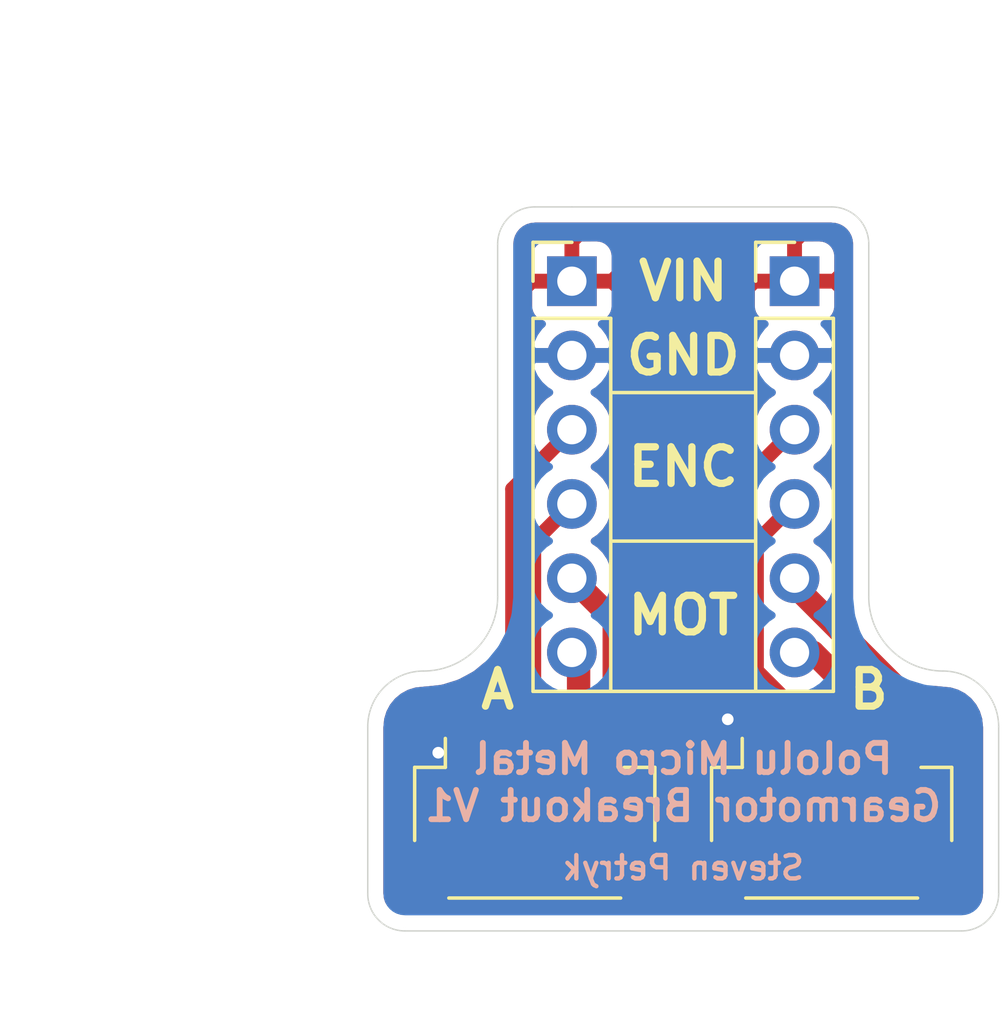
<source format=kicad_pcb>
(kicad_pcb (version 20171130) (host pcbnew "(5.1.6-0-10_14)")

  (general
    (thickness 1.6)
    (drawings 34)
    (tracks 34)
    (zones 0)
    (modules 4)
    (nets 11)
  )

  (page A4)
  (layers
    (0 F.Cu signal)
    (31 B.Cu signal)
    (32 B.Adhes user)
    (33 F.Adhes user)
    (34 B.Paste user)
    (35 F.Paste user)
    (36 B.SilkS user)
    (37 F.SilkS user)
    (38 B.Mask user)
    (39 F.Mask user)
    (40 Dwgs.User user)
    (41 Cmts.User user)
    (42 Eco1.User user)
    (43 Eco2.User user)
    (44 Edge.Cuts user)
    (45 Margin user)
    (46 B.CrtYd user)
    (47 F.CrtYd user)
    (48 B.Fab user)
    (49 F.Fab user hide)
  )

  (setup
    (last_trace_width 0.25)
    (user_trace_width 0.5)
    (user_trace_width 0.8)
    (user_trace_width 1)
    (trace_clearance 0.2)
    (zone_clearance 0.508)
    (zone_45_only no)
    (trace_min 0.2)
    (via_size 0.8)
    (via_drill 0.4)
    (via_min_size 0.4)
    (via_min_drill 0.3)
    (user_via 1.2 0.8)
    (uvia_size 0.3)
    (uvia_drill 0.1)
    (uvias_allowed no)
    (uvia_min_size 0.2)
    (uvia_min_drill 0.1)
    (edge_width 0.05)
    (segment_width 0.2)
    (pcb_text_width 0.3)
    (pcb_text_size 1.5 1.5)
    (mod_edge_width 0.12)
    (mod_text_size 1 1)
    (mod_text_width 0.15)
    (pad_size 0.9 1.7)
    (pad_drill 0)
    (pad_to_mask_clearance 0.05)
    (aux_axis_origin 0 0)
    (visible_elements FFFFFF7F)
    (pcbplotparams
      (layerselection 0x010fc_ffffffff)
      (usegerberextensions false)
      (usegerberattributes true)
      (usegerberadvancedattributes true)
      (creategerberjobfile true)
      (excludeedgelayer true)
      (linewidth 0.100000)
      (plotframeref false)
      (viasonmask false)
      (mode 1)
      (useauxorigin false)
      (hpglpennumber 1)
      (hpglpenspeed 20)
      (hpglpendiameter 15.000000)
      (psnegative false)
      (psa4output false)
      (plotreference true)
      (plotvalue true)
      (plotinvisibletext false)
      (padsonsilk false)
      (subtractmaskfromsilk false)
      (outputformat 1)
      (mirror false)
      (drillshape 0)
      (scaleselection 1)
      (outputdirectory "gerber/"))
  )

  (net 0 "")
  (net 1 /AENC2)
  (net 2 /AENC1)
  (net 3 /AIN2)
  (net 4 /AIN1)
  (net 5 GND)
  (net 6 VCC)
  (net 7 /BENC2)
  (net 8 /BENC1)
  (net 9 /BIN2)
  (net 10 /BIN1)

  (net_class Default "This is the default net class."
    (clearance 0.2)
    (trace_width 0.25)
    (via_dia 0.8)
    (via_drill 0.4)
    (uvia_dia 0.3)
    (uvia_drill 0.1)
    (add_net /AENC1)
    (add_net /AENC2)
    (add_net /AIN1)
    (add_net /AIN2)
    (add_net /BENC1)
    (add_net /BENC2)
    (add_net /BIN1)
    (add_net /BIN2)
    (add_net GND)
    (add_net VCC)
  )

  (module Connector_JST:JST_SH_SM06B-SRSS-TB_1x06-1MP_P1.00mm_Horizontal (layer F.Cu) (tedit 5B78AD87) (tstamp 5F08093B)
    (at 133.35 101.6)
    (descr "JST SH series connector, SM06B-SRSS-TB (http://www.jst-mfg.com/product/pdf/eng/eSH.pdf), generated with kicad-footprint-generator")
    (tags "connector JST SH top entry")
    (path /5F5CA5C3)
    (attr smd)
    (fp_text reference J4 (at 0 -3.98) (layer F.Fab)
      (effects (font (size 1 1) (thickness 0.15)))
    )
    (fp_text value Conn_01x06 (at 0 3.98) (layer F.Fab)
      (effects (font (size 1 1) (thickness 0.15)))
    )
    (fp_line (start -2.5 -0.967893) (end -2 -1.675) (layer F.Fab) (width 0.1))
    (fp_line (start -3 -1.675) (end -2.5 -0.967893) (layer F.Fab) (width 0.1))
    (fp_line (start 4.9 -3.28) (end -4.9 -3.28) (layer F.CrtYd) (width 0.05))
    (fp_line (start 4.9 3.28) (end 4.9 -3.28) (layer F.CrtYd) (width 0.05))
    (fp_line (start -4.9 3.28) (end 4.9 3.28) (layer F.CrtYd) (width 0.05))
    (fp_line (start -4.9 -3.28) (end -4.9 3.28) (layer F.CrtYd) (width 0.05))
    (fp_line (start 4 -1.675) (end 4 2.575) (layer F.Fab) (width 0.1))
    (fp_line (start -4 -1.675) (end -4 2.575) (layer F.Fab) (width 0.1))
    (fp_line (start -4 2.575) (end 4 2.575) (layer F.Fab) (width 0.1))
    (fp_line (start -2.94 2.685) (end 2.94 2.685) (layer F.SilkS) (width 0.12))
    (fp_line (start 4.11 -1.785) (end 3.06 -1.785) (layer F.SilkS) (width 0.12))
    (fp_line (start 4.11 0.715) (end 4.11 -1.785) (layer F.SilkS) (width 0.12))
    (fp_line (start -3.06 -1.785) (end -3.06 -2.775) (layer F.SilkS) (width 0.12))
    (fp_line (start -4.11 -1.785) (end -3.06 -1.785) (layer F.SilkS) (width 0.12))
    (fp_line (start -4.11 0.715) (end -4.11 -1.785) (layer F.SilkS) (width 0.12))
    (fp_line (start -4 -1.675) (end 4 -1.675) (layer F.Fab) (width 0.1))
    (fp_text user %R (at 0 0) (layer F.Fab)
      (effects (font (size 1 1) (thickness 0.15)))
    )
    (pad MP smd roundrect (at 3.8 1.875) (size 1.2 1.8) (layers F.Cu F.Paste F.Mask) (roundrect_rratio 0.208333))
    (pad MP smd roundrect (at -3.8 1.875) (size 1.2 1.8) (layers F.Cu F.Paste F.Mask) (roundrect_rratio 0.208333))
    (pad 6 smd roundrect (at 2.5 -2) (size 0.6 1.55) (layers F.Cu F.Paste F.Mask) (roundrect_rratio 0.25)
      (net 10 /BIN1))
    (pad 5 smd roundrect (at 1.5 -2) (size 0.6 1.55) (layers F.Cu F.Paste F.Mask) (roundrect_rratio 0.25)
      (net 9 /BIN2))
    (pad 4 smd roundrect (at 0.5 -2) (size 0.6 1.55) (layers F.Cu F.Paste F.Mask) (roundrect_rratio 0.25)
      (net 6 VCC))
    (pad 3 smd roundrect (at -0.5 -2) (size 0.6 1.55) (layers F.Cu F.Paste F.Mask) (roundrect_rratio 0.25)
      (net 7 /BENC2))
    (pad 2 smd roundrect (at -1.5 -2) (size 0.6 1.55) (layers F.Cu F.Paste F.Mask) (roundrect_rratio 0.25)
      (net 8 /BENC1))
    (pad 1 smd roundrect (at -2.5 -2) (size 0.6 1.55) (layers F.Cu F.Paste F.Mask) (roundrect_rratio 0.25)
      (net 5 GND))
    (model ${KISYS3DMOD}/Connector_JST.3dshapes/JST_SH_SM06B-SRSS-TB_1x06-1MP_P1.00mm_Horizontal.wrl
      (at (xyz 0 0 0))
      (scale (xyz 1 1 1))
      (rotate (xyz 0 0 0))
    )
    (model ${KIPRJMOD}/step/JST-SH_SMD_6.step
      (at (xyz 0 0 0))
      (scale (xyz 1 1 1))
      (rotate (xyz -90 0 0))
    )
  )

  (module Connector_JST:JST_SH_SM06B-SRSS-TB_1x06-1MP_P1.00mm_Horizontal (layer F.Cu) (tedit 5B78AD87) (tstamp 5F0806B5)
    (at 123.19 101.6)
    (descr "JST SH series connector, SM06B-SRSS-TB (http://www.jst-mfg.com/product/pdf/eng/eSH.pdf), generated with kicad-footprint-generator")
    (tags "connector JST SH top entry")
    (path /5F5CA650)
    (attr smd)
    (fp_text reference J3 (at 0 -3.98) (layer F.Fab)
      (effects (font (size 1 1) (thickness 0.15)))
    )
    (fp_text value Conn_01x06 (at 0 3.98) (layer F.Fab)
      (effects (font (size 1 1) (thickness 0.15)))
    )
    (fp_line (start -2.5 -0.967893) (end -2 -1.675) (layer F.Fab) (width 0.1))
    (fp_line (start -3 -1.675) (end -2.5 -0.967893) (layer F.Fab) (width 0.1))
    (fp_line (start 4.9 -3.28) (end -4.9 -3.28) (layer F.CrtYd) (width 0.05))
    (fp_line (start 4.9 3.28) (end 4.9 -3.28) (layer F.CrtYd) (width 0.05))
    (fp_line (start -4.9 3.28) (end 4.9 3.28) (layer F.CrtYd) (width 0.05))
    (fp_line (start -4.9 -3.28) (end -4.9 3.28) (layer F.CrtYd) (width 0.05))
    (fp_line (start 4 -1.675) (end 4 2.575) (layer F.Fab) (width 0.1))
    (fp_line (start -4 -1.675) (end -4 2.575) (layer F.Fab) (width 0.1))
    (fp_line (start -4 2.575) (end 4 2.575) (layer F.Fab) (width 0.1))
    (fp_line (start -2.94 2.685) (end 2.94 2.685) (layer F.SilkS) (width 0.12))
    (fp_line (start 4.11 -1.785) (end 3.06 -1.785) (layer F.SilkS) (width 0.12))
    (fp_line (start 4.11 0.715) (end 4.11 -1.785) (layer F.SilkS) (width 0.12))
    (fp_line (start -3.06 -1.785) (end -3.06 -2.775) (layer F.SilkS) (width 0.12))
    (fp_line (start -4.11 -1.785) (end -3.06 -1.785) (layer F.SilkS) (width 0.12))
    (fp_line (start -4.11 0.715) (end -4.11 -1.785) (layer F.SilkS) (width 0.12))
    (fp_line (start -4 -1.675) (end 4 -1.675) (layer F.Fab) (width 0.1))
    (fp_text user %R (at 0 0) (layer F.Fab)
      (effects (font (size 1 1) (thickness 0.15)))
    )
    (pad MP smd roundrect (at 3.8 1.875) (size 1.2 1.8) (layers F.Cu F.Paste F.Mask) (roundrect_rratio 0.208333))
    (pad MP smd roundrect (at -3.8 1.875) (size 1.2 1.8) (layers F.Cu F.Paste F.Mask) (roundrect_rratio 0.208333))
    (pad 6 smd roundrect (at 2.5 -2) (size 0.6 1.55) (layers F.Cu F.Paste F.Mask) (roundrect_rratio 0.25)
      (net 4 /AIN1))
    (pad 5 smd roundrect (at 1.5 -2) (size 0.6 1.55) (layers F.Cu F.Paste F.Mask) (roundrect_rratio 0.25)
      (net 3 /AIN2))
    (pad 4 smd roundrect (at 0.5 -2) (size 0.6 1.55) (layers F.Cu F.Paste F.Mask) (roundrect_rratio 0.25)
      (net 6 VCC))
    (pad 3 smd roundrect (at -0.5 -2) (size 0.6 1.55) (layers F.Cu F.Paste F.Mask) (roundrect_rratio 0.25)
      (net 1 /AENC2))
    (pad 2 smd roundrect (at -1.5 -2) (size 0.6 1.55) (layers F.Cu F.Paste F.Mask) (roundrect_rratio 0.25)
      (net 2 /AENC1))
    (pad 1 smd roundrect (at -2.5 -2) (size 0.6 1.55) (layers F.Cu F.Paste F.Mask) (roundrect_rratio 0.25)
      (net 5 GND))
    (model ${KISYS3DMOD}/Connector_JST.3dshapes/JST_SH_SM06B-SRSS-TB_1x06-1MP_P1.00mm_Horizontal.wrl
      (at (xyz 0 0 0))
      (scale (xyz 1 1 1))
      (rotate (xyz 0 0 0))
    )
    (model ${KIPRJMOD}/step/JST-SH_SMD_6.step
      (at (xyz 0 0 0))
      (scale (xyz 1 1 1))
      (rotate (xyz -90 0 0))
    )
  )

  (module Connector_PinHeader_2.54mm:PinHeader_1x06_P2.54mm_Vertical (layer F.Cu) (tedit 59FED5CC) (tstamp 5F0957D5)
    (at 132.08 83.185)
    (descr "Through hole straight pin header, 1x06, 2.54mm pitch, single row")
    (tags "Through hole pin header THT 1x06 2.54mm single row")
    (path /5F5F3468)
    (fp_text reference J2 (at 0 -2.33) (layer F.Fab)
      (effects (font (size 1 1) (thickness 0.15)))
    )
    (fp_text value Conn_01x06 (at 0 15.03) (layer F.Fab)
      (effects (font (size 1 1) (thickness 0.15)))
    )
    (fp_line (start -0.635 -1.27) (end 1.27 -1.27) (layer F.Fab) (width 0.1))
    (fp_line (start 1.27 -1.27) (end 1.27 13.97) (layer F.Fab) (width 0.1))
    (fp_line (start 1.27 13.97) (end -1.27 13.97) (layer F.Fab) (width 0.1))
    (fp_line (start -1.27 13.97) (end -1.27 -0.635) (layer F.Fab) (width 0.1))
    (fp_line (start -1.27 -0.635) (end -0.635 -1.27) (layer F.Fab) (width 0.1))
    (fp_line (start -1.33 14.03) (end 1.33 14.03) (layer F.SilkS) (width 0.12))
    (fp_line (start -1.33 1.27) (end -1.33 14.03) (layer F.SilkS) (width 0.12))
    (fp_line (start 1.33 1.27) (end 1.33 14.03) (layer F.SilkS) (width 0.12))
    (fp_line (start -1.33 1.27) (end 1.33 1.27) (layer F.SilkS) (width 0.12))
    (fp_line (start -1.33 0) (end -1.33 -1.33) (layer F.SilkS) (width 0.12))
    (fp_line (start -1.33 -1.33) (end 0 -1.33) (layer F.SilkS) (width 0.12))
    (fp_line (start -1.8 -1.8) (end -1.8 14.5) (layer F.CrtYd) (width 0.05))
    (fp_line (start -1.8 14.5) (end 1.8 14.5) (layer F.CrtYd) (width 0.05))
    (fp_line (start 1.8 14.5) (end 1.8 -1.8) (layer F.CrtYd) (width 0.05))
    (fp_line (start 1.8 -1.8) (end -1.8 -1.8) (layer F.CrtYd) (width 0.05))
    (fp_text user %R (at 0 6.35 90) (layer F.Fab)
      (effects (font (size 1 1) (thickness 0.15)))
    )
    (pad 6 thru_hole oval (at 0 12.7) (size 1.7 1.7) (drill 1) (layers *.Cu *.Mask)
      (net 9 /BIN2))
    (pad 5 thru_hole oval (at 0 10.16) (size 1.7 1.7) (drill 1) (layers *.Cu *.Mask)
      (net 10 /BIN1))
    (pad 4 thru_hole oval (at 0 7.62) (size 1.7 1.7) (drill 1) (layers *.Cu *.Mask)
      (net 7 /BENC2))
    (pad 3 thru_hole oval (at 0 5.08) (size 1.7 1.7) (drill 1) (layers *.Cu *.Mask)
      (net 8 /BENC1))
    (pad 2 thru_hole oval (at 0 2.54) (size 1.7 1.7) (drill 1) (layers *.Cu *.Mask)
      (net 5 GND))
    (pad 1 thru_hole rect (at 0 0) (size 1.7 1.7) (drill 1) (layers *.Cu *.Mask)
      (net 6 VCC))
    (model ${KISYS3DMOD}/Connector_PinHeader_2.54mm.3dshapes/PinHeader_1x06_P2.54mm_Vertical.wrl
      (offset (xyz 0 0 -1.5))
      (scale (xyz 1 1 1))
      (rotate (xyz 0 180 0))
    )
  )

  (module Connector_PinHeader_2.54mm:PinHeader_1x06_P2.54mm_Vertical (layer F.Cu) (tedit 59FED5CC) (tstamp 5F09310D)
    (at 124.46 83.185)
    (descr "Through hole straight pin header, 1x06, 2.54mm pitch, single row")
    (tags "Through hole pin header THT 1x06 2.54mm single row")
    (path /5F5CF02B)
    (fp_text reference J1 (at 0 -2.33) (layer F.Fab)
      (effects (font (size 1 1) (thickness 0.15)))
    )
    (fp_text value Conn_01x06 (at 0 15.03) (layer F.Fab)
      (effects (font (size 1 1) (thickness 0.15)))
    )
    (fp_line (start -0.635 -1.27) (end 1.27 -1.27) (layer F.Fab) (width 0.1))
    (fp_line (start 1.27 -1.27) (end 1.27 13.97) (layer F.Fab) (width 0.1))
    (fp_line (start 1.27 13.97) (end -1.27 13.97) (layer F.Fab) (width 0.1))
    (fp_line (start -1.27 13.97) (end -1.27 -0.635) (layer F.Fab) (width 0.1))
    (fp_line (start -1.27 -0.635) (end -0.635 -1.27) (layer F.Fab) (width 0.1))
    (fp_line (start -1.33 14.03) (end 1.33 14.03) (layer F.SilkS) (width 0.12))
    (fp_line (start -1.33 1.27) (end -1.33 14.03) (layer F.SilkS) (width 0.12))
    (fp_line (start 1.33 1.27) (end 1.33 14.03) (layer F.SilkS) (width 0.12))
    (fp_line (start -1.33 1.27) (end 1.33 1.27) (layer F.SilkS) (width 0.12))
    (fp_line (start -1.33 0) (end -1.33 -1.33) (layer F.SilkS) (width 0.12))
    (fp_line (start -1.33 -1.33) (end 0 -1.33) (layer F.SilkS) (width 0.12))
    (fp_line (start -1.8 -1.8) (end -1.8 14.5) (layer F.CrtYd) (width 0.05))
    (fp_line (start -1.8 14.5) (end 1.8 14.5) (layer F.CrtYd) (width 0.05))
    (fp_line (start 1.8 14.5) (end 1.8 -1.8) (layer F.CrtYd) (width 0.05))
    (fp_line (start 1.8 -1.8) (end -1.8 -1.8) (layer F.CrtYd) (width 0.05))
    (fp_text user %R (at 0 6.35 90) (layer F.Fab)
      (effects (font (size 1 1) (thickness 0.15)))
    )
    (pad 6 thru_hole oval (at 0 12.7) (size 1.7 1.7) (drill 1) (layers *.Cu *.Mask)
      (net 3 /AIN2))
    (pad 5 thru_hole oval (at 0 10.16) (size 1.7 1.7) (drill 1) (layers *.Cu *.Mask)
      (net 4 /AIN1))
    (pad 4 thru_hole oval (at 0 7.62) (size 1.7 1.7) (drill 1) (layers *.Cu *.Mask)
      (net 1 /AENC2))
    (pad 3 thru_hole oval (at 0 5.08) (size 1.7 1.7) (drill 1) (layers *.Cu *.Mask)
      (net 2 /AENC1))
    (pad 2 thru_hole oval (at 0 2.54) (size 1.7 1.7) (drill 1) (layers *.Cu *.Mask)
      (net 5 GND))
    (pad 1 thru_hole rect (at 0 0) (size 1.7 1.7) (drill 1) (layers *.Cu *.Mask)
      (net 6 VCC))
    (model ${KISYS3DMOD}/Connector_PinHeader_2.54mm.3dshapes/PinHeader_1x06_P2.54mm_Vertical.wrl
      (offset (xyz 0 0 -1.5))
      (scale (xyz 1 1 1))
      (rotate (xyz 0 180 0))
    )
  )

  (dimension 24.765 (width 0.12) (layer Dwgs.User)
    (gr_text "0.9750 in" (at 108.585 93.0275 270) (layer Dwgs.User)
      (effects (font (size 1 1) (thickness 0.15)))
    )
    (feature1 (pts (xy 121.92 105.41) (xy 109.268579 105.41)))
    (feature2 (pts (xy 121.92 80.645) (xy 109.268579 80.645)))
    (crossbar (pts (xy 109.855 80.645) (xy 109.855 105.41)))
    (arrow1a (pts (xy 109.855 105.41) (xy 109.268579 104.283496)))
    (arrow1b (pts (xy 109.855 105.41) (xy 110.441421 104.283496)))
    (arrow2a (pts (xy 109.855 80.645) (xy 109.268579 81.771504)))
    (arrow2b (pts (xy 109.855 80.645) (xy 110.441421 81.771504)))
  )
  (dimension 17.78 (width 0.12) (layer Dwgs.User)
    (gr_text "0.7000 in" (at 111.125 89.535 270) (layer Dwgs.User)
      (effects (font (size 1 1) (thickness 0.15)))
    )
    (feature1 (pts (xy 121.92 98.425) (xy 111.808579 98.425)))
    (feature2 (pts (xy 121.92 80.645) (xy 111.808579 80.645)))
    (crossbar (pts (xy 112.395 80.645) (xy 112.395 98.425)))
    (arrow1a (pts (xy 112.395 98.425) (xy 111.808579 97.298496)))
    (arrow1b (pts (xy 112.395 98.425) (xy 112.981421 97.298496)))
    (arrow2a (pts (xy 112.395 80.645) (xy 111.808579 81.771504)))
    (arrow2b (pts (xy 112.395 80.645) (xy 112.981421 81.771504)))
  )
  (dimension 13.335 (width 0.12) (layer Dwgs.User)
    (gr_text "0.5250 in" (at 113.665 87.3125 270) (layer Dwgs.User)
      (effects (font (size 1 1) (thickness 0.15)))
    )
    (feature1 (pts (xy 121.92 93.98) (xy 114.348579 93.98)))
    (feature2 (pts (xy 121.92 80.645) (xy 114.348579 80.645)))
    (crossbar (pts (xy 114.935 80.645) (xy 114.935 93.98)))
    (arrow1a (pts (xy 114.935 93.98) (xy 114.348579 92.853496)))
    (arrow1b (pts (xy 114.935 93.98) (xy 115.521421 92.853496)))
    (arrow2a (pts (xy 114.935 80.645) (xy 114.348579 81.771504)))
    (arrow2b (pts (xy 114.935 80.645) (xy 115.521421 81.771504)))
  )
  (dimension 12.7 (width 0.12) (layer Dwgs.User)
    (gr_text "0.5000 in" (at 128.27 74.295) (layer Dwgs.User)
      (effects (font (size 1 1) (thickness 0.15)))
    )
    (feature1 (pts (xy 134.62 80.645) (xy 134.62 74.978579)))
    (feature2 (pts (xy 121.92 80.645) (xy 121.92 74.978579)))
    (crossbar (pts (xy 121.92 75.565) (xy 134.62 75.565)))
    (arrow1a (pts (xy 134.62 75.565) (xy 133.493496 76.151421)))
    (arrow1b (pts (xy 134.62 75.565) (xy 133.493496 74.978579)))
    (arrow2a (pts (xy 121.92 75.565) (xy 123.046504 76.151421)))
    (arrow2b (pts (xy 121.92 75.565) (xy 123.046504 74.978579)))
  )
  (dimension 21.59 (width 0.12) (layer Dwgs.User)
    (gr_text "0.8500 in" (at 128.27 109.22) (layer Dwgs.User)
      (effects (font (size 1 1) (thickness 0.15)))
    )
    (feature1 (pts (xy 139.065 104.14) (xy 139.065 108.536421)))
    (feature2 (pts (xy 117.475 104.14) (xy 117.475 108.536421)))
    (crossbar (pts (xy 117.475 107.95) (xy 139.065 107.95)))
    (arrow1a (pts (xy 139.065 107.95) (xy 137.938496 108.536421)))
    (arrow1b (pts (xy 139.065 107.95) (xy 137.938496 107.363579)))
    (arrow2a (pts (xy 117.475 107.95) (xy 118.601504 108.536421)))
    (arrow2b (pts (xy 117.475 107.95) (xy 118.601504 107.363579)))
  )
  (dimension 2.54 (width 0.12) (layer Dwgs.User)
    (gr_text "0.1 in" (at 137.795 81.915 90) (layer Dwgs.User)
      (effects (font (size 1 1) (thickness 0.15)))
    )
    (feature1 (pts (xy 132.08 80.645) (xy 137.111421 80.645)))
    (feature2 (pts (xy 132.08 83.185) (xy 137.111421 83.185)))
    (crossbar (pts (xy 136.525 83.185) (xy 136.525 80.645)))
    (arrow1a (pts (xy 136.525 80.645) (xy 137.111421 81.771504)))
    (arrow1b (pts (xy 136.525 80.645) (xy 135.938579 81.771504)))
    (arrow2a (pts (xy 136.525 83.185) (xy 137.111421 82.058496)))
    (arrow2b (pts (xy 136.525 83.185) (xy 135.938579 82.058496)))
  )
  (gr_text "Pololu Micro Metal\nGearmotor Breakout V1" (at 128.27 100.33) (layer B.SilkS) (tstamp 5F08104F)
    (effects (font (size 1 1) (thickness 0.2)) (justify mirror))
  )
  (gr_text "Steven Petryk" (at 128.27 103.251) (layer B.SilkS) (tstamp 5F0A0E64)
    (effects (font (size 0.8 0.8) (thickness 0.15)) (justify mirror))
  )
  (gr_text B (at 134.62 97.155) (layer F.SilkS) (tstamp 5F095942)
    (effects (font (size 1.25 1.25) (thickness 0.25)))
  )
  (gr_text A (at 121.92 97.155) (layer F.SilkS) (tstamp 5F09593F)
    (effects (font (size 1.25 1.25) (thickness 0.25)))
  )
  (gr_arc (start 119.38 98.425) (end 119.38 96.52) (angle -90) (layer Edge.Cuts) (width 0.05))
  (gr_arc (start 119.38 93.98) (end 119.38 96.52) (angle -90) (layer Edge.Cuts) (width 0.05))
  (gr_text GND (at 128.27 85.725) (layer F.SilkS) (tstamp 5F093DFB)
    (effects (font (size 1.25 1.25) (thickness 0.25)))
  )
  (gr_text VIN (at 128.27 83.185) (layer F.SilkS) (tstamp 5F093DFB)
    (effects (font (size 1.25 1.25) (thickness 0.25)))
  )
  (gr_text MOT (at 128.27 94.615) (layer F.SilkS) (tstamp 5F093D54)
    (effects (font (size 1.25 1.25) (thickness 0.25)))
  )
  (gr_line (start 125.7935 86.995) (end 130.683 86.995) (layer F.SilkS) (width 0.12))
  (gr_line (start 125.79 97.215) (end 130.75 97.215) (layer F.SilkS) (width 0.12))
  (gr_line (start 125.7935 92.075) (end 130.7465 92.075) (layer F.SilkS) (width 0.12))
  (gr_text ENC (at 128.27 89.535) (layer F.SilkS)
    (effects (font (size 1.25 1.25) (thickness 0.25)))
  )
  (gr_arc (start 118.745 104.14) (end 117.475 104.14) (angle -90) (layer Edge.Cuts) (width 0.05))
  (gr_arc (start 137.795 104.14) (end 137.795 105.41) (angle -90) (layer Edge.Cuts) (width 0.05))
  (gr_arc (start 137.16 98.425) (end 139.065 98.425) (angle -90) (layer Edge.Cuts) (width 0.05))
  (gr_arc (start 137.16 93.98) (end 134.62 93.98) (angle -90) (layer Edge.Cuts) (width 0.05))
  (gr_arc (start 133.35 81.915) (end 134.62 81.915) (angle -90) (layer Edge.Cuts) (width 0.05))
  (gr_arc (start 123.19 81.915) (end 123.19 80.645) (angle -90) (layer Edge.Cuts) (width 0.05))
  (gr_line (start 133.35 80.645) (end 124.46 80.645) (layer Edge.Cuts) (width 0.05) (tstamp 5F0934D6))
  (gr_line (start 134.62 86.995) (end 134.62 81.915) (layer Edge.Cuts) (width 0.05))
  (gr_line (start 134.62 93.98) (end 134.62 86.995) (layer Edge.Cuts) (width 0.05))
  (gr_line (start 139.065 104.14) (end 139.065 98.425) (layer Edge.Cuts) (width 0.05))
  (gr_line (start 118.745 105.41) (end 137.795 105.41) (layer Edge.Cuts) (width 0.05))
  (gr_line (start 117.475 98.425) (end 117.475 104.14) (layer Edge.Cuts) (width 0.05))
  (gr_line (start 121.92 81.915) (end 121.92 93.98) (layer Edge.Cuts) (width 0.05))
  (gr_line (start 124.46 80.645) (end 123.19 80.645) (layer Edge.Cuts) (width 0.05))
  (dimension 7.62 (width 0.12) (layer Dwgs.User)
    (gr_text "0.3000 in" (at 128.27 78.105) (layer Dwgs.User)
      (effects (font (size 1 1) (thickness 0.15)))
    )
    (feature1 (pts (xy 132.08 83.185) (xy 132.08 78.788579)))
    (feature2 (pts (xy 124.46 83.185) (xy 124.46 78.788579)))
    (crossbar (pts (xy 124.46 79.375) (xy 132.08 79.375)))
    (arrow1a (pts (xy 132.08 79.375) (xy 130.953496 79.961421)))
    (arrow1b (pts (xy 132.08 79.375) (xy 130.953496 78.788579)))
    (arrow2a (pts (xy 124.46 79.375) (xy 125.586504 79.961421)))
    (arrow2b (pts (xy 124.46 79.375) (xy 125.586504 78.788579)))
  )

  (segment (start 122.69 98.163) (end 122.69 99.6) (width 0.5) (layer F.Cu) (net 1))
  (segment (start 123.159999 97.693001) (end 122.69 98.163) (width 0.5) (layer F.Cu) (net 1))
  (segment (start 123.159999 92.105001) (end 123.159999 97.693001) (width 0.5) (layer F.Cu) (net 1))
  (segment (start 124.46 90.805) (end 123.159999 92.105001) (width 0.5) (layer F.Cu) (net 1))
  (segment (start 122.428 97.409) (end 122.428 90.297) (width 0.5) (layer F.Cu) (net 2))
  (segment (start 122.428 90.297) (end 124.46 88.265) (width 0.5) (layer F.Cu) (net 2))
  (segment (start 121.69 98.147) (end 122.428 97.409) (width 0.5) (layer F.Cu) (net 2))
  (segment (start 121.69 99.6) (end 121.69 98.147) (width 0.5) (layer F.Cu) (net 2))
  (segment (start 124.69 96.115) (end 124.69 99.6) (width 0.8) (layer F.Cu) (net 3))
  (segment (start 124.46 95.885) (end 124.69 96.115) (width 0.8) (layer F.Cu) (net 3))
  (segment (start 125.910001 99.379999) (end 125.69 99.6) (width 0.8) (layer F.Cu) (net 4))
  (segment (start 125.910001 94.795001) (end 125.910001 99.379999) (width 0.8) (layer F.Cu) (net 4))
  (segment (start 124.46 93.345) (end 125.910001 94.795001) (width 0.8) (layer F.Cu) (net 4))
  (via (at 119.888 99.314) (size 0.8) (drill 0.4) (layers F.Cu B.Cu) (net 5))
  (segment (start 120.174 99.6) (end 120.69 99.6) (width 0.8) (layer F.Cu) (net 5))
  (segment (start 119.888 99.314) (end 120.174 99.6) (width 0.8) (layer F.Cu) (net 5))
  (via (at 129.794 98.171) (size 0.8) (drill 0.4) (layers F.Cu B.Cu) (net 5))
  (segment (start 130.85 99.227) (end 130.85 99.6) (width 0.8) (layer F.Cu) (net 5))
  (segment (start 129.794 98.171) (end 130.85 99.227) (width 0.8) (layer F.Cu) (net 5))
  (segment (start 132.85 98.579003) (end 132.85 99.6) (width 0.5) (layer F.Cu) (net 7))
  (segment (start 130.779999 96.509002) (end 132.85 98.579003) (width 0.5) (layer F.Cu) (net 7))
  (segment (start 130.779999 92.105001) (end 130.779999 96.509002) (width 0.5) (layer F.Cu) (net 7))
  (segment (start 132.08 90.805) (end 130.779999 92.105001) (width 0.5) (layer F.Cu) (net 7))
  (segment (start 130.048 90.297) (end 132.08 88.265) (width 0.5) (layer F.Cu) (net 8))
  (segment (start 131.85 98.568967) (end 130.048 96.766967) (width 0.5) (layer F.Cu) (net 8))
  (segment (start 130.048 96.766967) (end 130.048 90.297) (width 0.5) (layer F.Cu) (net 8))
  (segment (start 131.85 99.6) (end 131.85 98.568967) (width 0.5) (layer F.Cu) (net 8))
  (segment (start 134.85 98.02) (end 134.85 99.6) (width 0.8) (layer F.Cu) (net 9))
  (segment (start 132.715 95.885) (end 134.85 98.02) (width 0.8) (layer F.Cu) (net 9))
  (segment (start 132.08 95.885) (end 132.715 95.885) (width 0.8) (layer F.Cu) (net 9))
  (segment (start 135.85001 99.59999) (end 135.85 99.6) (width 0.8) (layer F.Cu) (net 10))
  (segment (start 135.85001 97.36901) (end 135.85001 99.59999) (width 0.8) (layer F.Cu) (net 10))
  (segment (start 132.08 93.599) (end 135.85001 97.36901) (width 0.8) (layer F.Cu) (net 10))
  (segment (start 132.08 93.345) (end 132.08 93.599) (width 0.8) (layer F.Cu) (net 10))

  (zone (net 5) (net_name GND) (layer B.Cu) (tstamp 5F0A0C94) (hatch edge 0.508)
    (connect_pads (clearance 0.508))
    (min_thickness 0.254)
    (fill yes (arc_segments 32) (thermal_gap 0.508) (thermal_bridge_width 0.508))
    (polygon
      (pts
        (xy 139.065 105.41) (xy 117.475 105.41) (xy 117.475 80.645) (xy 139.065 80.645)
      )
    )
    (filled_polygon
      (pts
        (xy 133.467869 81.319722) (xy 133.581246 81.353953) (xy 133.685819 81.409555) (xy 133.777596 81.484407) (xy 133.853091 81.575664)
        (xy 133.909419 81.679844) (xy 133.94444 81.792976) (xy 133.960001 81.941031) (xy 133.96 87.027418) (xy 133.960001 87.027428)
        (xy 133.96 94.012418) (xy 133.962888 94.041745) (xy 133.962778 94.05755) (xy 133.963678 94.066721) (xy 134.015495 94.559727)
        (xy 134.027522 94.61832) (xy 134.038732 94.677084) (xy 134.041395 94.685906) (xy 134.187984 95.159458) (xy 134.211158 95.214584)
        (xy 134.233573 95.270066) (xy 134.2379 95.278202) (xy 134.473677 95.714262) (xy 134.50711 95.763829) (xy 134.539881 95.813908)
        (xy 134.545706 95.821049) (xy 134.86169 96.203009) (xy 134.904107 96.245131) (xy 134.945989 96.2879) (xy 134.95309 96.293773)
        (xy 135.337246 96.607084) (xy 135.387073 96.640188) (xy 135.436428 96.673983) (xy 135.444531 96.678364) (xy 135.444539 96.678368)
        (xy 135.88223 96.911092) (xy 135.937536 96.933888) (xy 135.992517 96.957453) (xy 136.00132 96.960178) (xy 136.475885 97.103457)
        (xy 136.534558 97.115074) (xy 136.593075 97.127513) (xy 136.60224 97.128476) (xy 137.095595 97.17685) (xy 137.095596 97.17685)
        (xy 137.401204 97.206815) (xy 137.633226 97.276867) (xy 137.847222 97.39065) (xy 138.035041 97.543832) (xy 138.18953 97.730577)
        (xy 138.304801 97.943769) (xy 138.376472 98.1753) (xy 138.405001 98.446734) (xy 138.405 104.107721) (xy 138.390278 104.257869)
        (xy 138.356047 104.371246) (xy 138.300446 104.475817) (xy 138.225594 104.567595) (xy 138.134335 104.643091) (xy 138.03016 104.699419)
        (xy 137.917024 104.73444) (xy 137.768979 104.75) (xy 118.777279 104.75) (xy 118.627131 104.735278) (xy 118.513754 104.701047)
        (xy 118.409183 104.645446) (xy 118.317405 104.570594) (xy 118.241909 104.479335) (xy 118.185581 104.37516) (xy 118.15056 104.262024)
        (xy 118.135 104.113979) (xy 118.135 98.457277) (xy 118.161815 98.183796) (xy 118.231867 97.951774) (xy 118.34565 97.737778)
        (xy 118.498832 97.549959) (xy 118.685577 97.39547) (xy 118.898769 97.280199) (xy 119.1303 97.208528) (xy 119.429988 97.177029)
        (xy 119.45755 97.177222) (xy 119.466721 97.176322) (xy 119.959727 97.124505) (xy 120.01832 97.112478) (xy 120.077084 97.101268)
        (xy 120.085906 97.098605) (xy 120.559458 96.952016) (xy 120.614584 96.928842) (xy 120.670066 96.906427) (xy 120.678202 96.9021)
        (xy 121.114262 96.666323) (xy 121.163829 96.63289) (xy 121.213908 96.600119) (xy 121.221049 96.594294) (xy 121.603009 96.27831)
        (xy 121.645131 96.235893) (xy 121.6879 96.194011) (xy 121.693773 96.18691) (xy 122.007084 95.802754) (xy 122.040188 95.752927)
        (xy 122.073983 95.703572) (xy 122.078364 95.695469) (xy 122.078368 95.695461) (xy 122.311092 95.25777) (xy 122.333888 95.202464)
        (xy 122.357453 95.147483) (xy 122.360178 95.13868) (xy 122.503457 94.664115) (xy 122.515074 94.605442) (xy 122.527513 94.546925)
        (xy 122.528476 94.53776) (xy 122.57685 94.044405) (xy 122.57685 94.044402) (xy 122.58 94.012419) (xy 122.58 88.11874)
        (xy 122.975 88.11874) (xy 122.975 88.41126) (xy 123.032068 88.698158) (xy 123.14401 88.968411) (xy 123.306525 89.211632)
        (xy 123.513368 89.418475) (xy 123.68776 89.535) (xy 123.513368 89.651525) (xy 123.306525 89.858368) (xy 123.14401 90.101589)
        (xy 123.032068 90.371842) (xy 122.975 90.65874) (xy 122.975 90.95126) (xy 123.032068 91.238158) (xy 123.14401 91.508411)
        (xy 123.306525 91.751632) (xy 123.513368 91.958475) (xy 123.68776 92.075) (xy 123.513368 92.191525) (xy 123.306525 92.398368)
        (xy 123.14401 92.641589) (xy 123.032068 92.911842) (xy 122.975 93.19874) (xy 122.975 93.49126) (xy 123.032068 93.778158)
        (xy 123.14401 94.048411) (xy 123.306525 94.291632) (xy 123.513368 94.498475) (xy 123.68776 94.615) (xy 123.513368 94.731525)
        (xy 123.306525 94.938368) (xy 123.14401 95.181589) (xy 123.032068 95.451842) (xy 122.975 95.73874) (xy 122.975 96.03126)
        (xy 123.032068 96.318158) (xy 123.14401 96.588411) (xy 123.306525 96.831632) (xy 123.513368 97.038475) (xy 123.756589 97.20099)
        (xy 124.026842 97.312932) (xy 124.31374 97.37) (xy 124.60626 97.37) (xy 124.893158 97.312932) (xy 125.163411 97.20099)
        (xy 125.406632 97.038475) (xy 125.613475 96.831632) (xy 125.77599 96.588411) (xy 125.887932 96.318158) (xy 125.945 96.03126)
        (xy 125.945 95.73874) (xy 125.887932 95.451842) (xy 125.77599 95.181589) (xy 125.613475 94.938368) (xy 125.406632 94.731525)
        (xy 125.23224 94.615) (xy 125.406632 94.498475) (xy 125.613475 94.291632) (xy 125.77599 94.048411) (xy 125.887932 93.778158)
        (xy 125.945 93.49126) (xy 125.945 93.19874) (xy 125.887932 92.911842) (xy 125.77599 92.641589) (xy 125.613475 92.398368)
        (xy 125.406632 92.191525) (xy 125.23224 92.075) (xy 125.406632 91.958475) (xy 125.613475 91.751632) (xy 125.77599 91.508411)
        (xy 125.887932 91.238158) (xy 125.945 90.95126) (xy 125.945 90.65874) (xy 125.887932 90.371842) (xy 125.77599 90.101589)
        (xy 125.613475 89.858368) (xy 125.406632 89.651525) (xy 125.23224 89.535) (xy 125.406632 89.418475) (xy 125.613475 89.211632)
        (xy 125.77599 88.968411) (xy 125.887932 88.698158) (xy 125.945 88.41126) (xy 125.945 88.11874) (xy 130.595 88.11874)
        (xy 130.595 88.41126) (xy 130.652068 88.698158) (xy 130.76401 88.968411) (xy 130.926525 89.211632) (xy 131.133368 89.418475)
        (xy 131.30776 89.535) (xy 131.133368 89.651525) (xy 130.926525 89.858368) (xy 130.76401 90.101589) (xy 130.652068 90.371842)
        (xy 130.595 90.65874) (xy 130.595 90.95126) (xy 130.652068 91.238158) (xy 130.76401 91.508411) (xy 130.926525 91.751632)
        (xy 131.133368 91.958475) (xy 131.30776 92.075) (xy 131.133368 92.191525) (xy 130.926525 92.398368) (xy 130.76401 92.641589)
        (xy 130.652068 92.911842) (xy 130.595 93.19874) (xy 130.595 93.49126) (xy 130.652068 93.778158) (xy 130.76401 94.048411)
        (xy 130.926525 94.291632) (xy 131.133368 94.498475) (xy 131.30776 94.615) (xy 131.133368 94.731525) (xy 130.926525 94.938368)
        (xy 130.76401 95.181589) (xy 130.652068 95.451842) (xy 130.595 95.73874) (xy 130.595 96.03126) (xy 130.652068 96.318158)
        (xy 130.76401 96.588411) (xy 130.926525 96.831632) (xy 131.133368 97.038475) (xy 131.376589 97.20099) (xy 131.646842 97.312932)
        (xy 131.93374 97.37) (xy 132.22626 97.37) (xy 132.513158 97.312932) (xy 132.783411 97.20099) (xy 133.026632 97.038475)
        (xy 133.233475 96.831632) (xy 133.39599 96.588411) (xy 133.507932 96.318158) (xy 133.565 96.03126) (xy 133.565 95.73874)
        (xy 133.507932 95.451842) (xy 133.39599 95.181589) (xy 133.233475 94.938368) (xy 133.026632 94.731525) (xy 132.85224 94.615)
        (xy 133.026632 94.498475) (xy 133.233475 94.291632) (xy 133.39599 94.048411) (xy 133.507932 93.778158) (xy 133.565 93.49126)
        (xy 133.565 93.19874) (xy 133.507932 92.911842) (xy 133.39599 92.641589) (xy 133.233475 92.398368) (xy 133.026632 92.191525)
        (xy 132.85224 92.075) (xy 133.026632 91.958475) (xy 133.233475 91.751632) (xy 133.39599 91.508411) (xy 133.507932 91.238158)
        (xy 133.565 90.95126) (xy 133.565 90.65874) (xy 133.507932 90.371842) (xy 133.39599 90.101589) (xy 133.233475 89.858368)
        (xy 133.026632 89.651525) (xy 132.85224 89.535) (xy 133.026632 89.418475) (xy 133.233475 89.211632) (xy 133.39599 88.968411)
        (xy 133.507932 88.698158) (xy 133.565 88.41126) (xy 133.565 88.11874) (xy 133.507932 87.831842) (xy 133.39599 87.561589)
        (xy 133.233475 87.318368) (xy 133.026632 87.111525) (xy 132.844466 86.989805) (xy 132.961355 86.920178) (xy 133.177588 86.725269)
        (xy 133.351641 86.49192) (xy 133.476825 86.229099) (xy 133.521476 86.08189) (xy 133.400155 85.852) (xy 132.207 85.852)
        (xy 132.207 85.872) (xy 131.953 85.872) (xy 131.953 85.852) (xy 130.759845 85.852) (xy 130.638524 86.08189)
        (xy 130.683175 86.229099) (xy 130.808359 86.49192) (xy 130.982412 86.725269) (xy 131.198645 86.920178) (xy 131.315534 86.989805)
        (xy 131.133368 87.111525) (xy 130.926525 87.318368) (xy 130.76401 87.561589) (xy 130.652068 87.831842) (xy 130.595 88.11874)
        (xy 125.945 88.11874) (xy 125.887932 87.831842) (xy 125.77599 87.561589) (xy 125.613475 87.318368) (xy 125.406632 87.111525)
        (xy 125.224466 86.989805) (xy 125.341355 86.920178) (xy 125.557588 86.725269) (xy 125.731641 86.49192) (xy 125.856825 86.229099)
        (xy 125.901476 86.08189) (xy 125.780155 85.852) (xy 124.587 85.852) (xy 124.587 85.872) (xy 124.333 85.872)
        (xy 124.333 85.852) (xy 123.139845 85.852) (xy 123.018524 86.08189) (xy 123.063175 86.229099) (xy 123.188359 86.49192)
        (xy 123.362412 86.725269) (xy 123.578645 86.920178) (xy 123.695534 86.989805) (xy 123.513368 87.111525) (xy 123.306525 87.318368)
        (xy 123.14401 87.561589) (xy 123.032068 87.831842) (xy 122.975 88.11874) (xy 122.58 88.11874) (xy 122.58 82.335)
        (xy 122.971928 82.335) (xy 122.971928 84.035) (xy 122.984188 84.159482) (xy 123.020498 84.27918) (xy 123.079463 84.389494)
        (xy 123.158815 84.486185) (xy 123.255506 84.565537) (xy 123.36582 84.624502) (xy 123.446466 84.648966) (xy 123.362412 84.724731)
        (xy 123.188359 84.95808) (xy 123.063175 85.220901) (xy 123.018524 85.36811) (xy 123.139845 85.598) (xy 124.333 85.598)
        (xy 124.333 85.578) (xy 124.587 85.578) (xy 124.587 85.598) (xy 125.780155 85.598) (xy 125.901476 85.36811)
        (xy 125.856825 85.220901) (xy 125.731641 84.95808) (xy 125.557588 84.724731) (xy 125.473534 84.648966) (xy 125.55418 84.624502)
        (xy 125.664494 84.565537) (xy 125.761185 84.486185) (xy 125.840537 84.389494) (xy 125.899502 84.27918) (xy 125.935812 84.159482)
        (xy 125.948072 84.035) (xy 125.948072 82.335) (xy 130.591928 82.335) (xy 130.591928 84.035) (xy 130.604188 84.159482)
        (xy 130.640498 84.27918) (xy 130.699463 84.389494) (xy 130.778815 84.486185) (xy 130.875506 84.565537) (xy 130.98582 84.624502)
        (xy 131.066466 84.648966) (xy 130.982412 84.724731) (xy 130.808359 84.95808) (xy 130.683175 85.220901) (xy 130.638524 85.36811)
        (xy 130.759845 85.598) (xy 131.953 85.598) (xy 131.953 85.578) (xy 132.207 85.578) (xy 132.207 85.598)
        (xy 133.400155 85.598) (xy 133.521476 85.36811) (xy 133.476825 85.220901) (xy 133.351641 84.95808) (xy 133.177588 84.724731)
        (xy 133.093534 84.648966) (xy 133.17418 84.624502) (xy 133.284494 84.565537) (xy 133.381185 84.486185) (xy 133.460537 84.389494)
        (xy 133.519502 84.27918) (xy 133.555812 84.159482) (xy 133.568072 84.035) (xy 133.568072 82.335) (xy 133.555812 82.210518)
        (xy 133.519502 82.09082) (xy 133.460537 81.980506) (xy 133.381185 81.883815) (xy 133.284494 81.804463) (xy 133.17418 81.745498)
        (xy 133.054482 81.709188) (xy 132.93 81.696928) (xy 131.23 81.696928) (xy 131.105518 81.709188) (xy 130.98582 81.745498)
        (xy 130.875506 81.804463) (xy 130.778815 81.883815) (xy 130.699463 81.980506) (xy 130.640498 82.09082) (xy 130.604188 82.210518)
        (xy 130.591928 82.335) (xy 125.948072 82.335) (xy 125.935812 82.210518) (xy 125.899502 82.09082) (xy 125.840537 81.980506)
        (xy 125.761185 81.883815) (xy 125.664494 81.804463) (xy 125.55418 81.745498) (xy 125.434482 81.709188) (xy 125.31 81.696928)
        (xy 123.61 81.696928) (xy 123.485518 81.709188) (xy 123.36582 81.745498) (xy 123.255506 81.804463) (xy 123.158815 81.883815)
        (xy 123.079463 81.980506) (xy 123.020498 82.09082) (xy 122.984188 82.210518) (xy 122.971928 82.335) (xy 122.58 82.335)
        (xy 122.58 81.947279) (xy 122.594722 81.797131) (xy 122.628953 81.683754) (xy 122.684555 81.579181) (xy 122.759407 81.487404)
        (xy 122.850664 81.411909) (xy 122.954844 81.355581) (xy 123.067976 81.32056) (xy 123.216022 81.305) (xy 133.317721 81.305)
      )
    )
  )
  (zone (net 6) (net_name VCC) (layer F.Cu) (tstamp 5F0A0C91) (hatch edge 0.508)
    (connect_pads (clearance 0.508))
    (min_thickness 0.254)
    (fill yes (arc_segments 32) (thermal_gap 0.508) (thermal_bridge_width 0.508))
    (polygon
      (pts
        (xy 139.065 105.41) (xy 117.475 105.41) (xy 117.475 80.645) (xy 139.065 80.645)
      )
    )
    (filled_polygon
      (pts
        (xy 133.467869 81.319722) (xy 133.581246 81.353953) (xy 133.685819 81.409555) (xy 133.777596 81.484407) (xy 133.853091 81.575664)
        (xy 133.909419 81.679844) (xy 133.94444 81.792976) (xy 133.960001 81.941031) (xy 133.96 87.027418) (xy 133.960001 87.027428)
        (xy 133.96 94.012418) (xy 133.960314 94.015603) (xy 133.543592 93.598882) (xy 133.565 93.49126) (xy 133.565 93.19874)
        (xy 133.507932 92.911842) (xy 133.39599 92.641589) (xy 133.233475 92.398368) (xy 133.026632 92.191525) (xy 132.85224 92.075)
        (xy 133.026632 91.958475) (xy 133.233475 91.751632) (xy 133.39599 91.508411) (xy 133.507932 91.238158) (xy 133.565 90.95126)
        (xy 133.565 90.65874) (xy 133.507932 90.371842) (xy 133.39599 90.101589) (xy 133.233475 89.858368) (xy 133.026632 89.651525)
        (xy 132.85224 89.535) (xy 133.026632 89.418475) (xy 133.233475 89.211632) (xy 133.39599 88.968411) (xy 133.507932 88.698158)
        (xy 133.565 88.41126) (xy 133.565 88.11874) (xy 133.507932 87.831842) (xy 133.39599 87.561589) (xy 133.233475 87.318368)
        (xy 133.026632 87.111525) (xy 132.85224 86.995) (xy 133.026632 86.878475) (xy 133.233475 86.671632) (xy 133.39599 86.428411)
        (xy 133.507932 86.158158) (xy 133.565 85.87126) (xy 133.565 85.57874) (xy 133.507932 85.291842) (xy 133.39599 85.021589)
        (xy 133.233475 84.778368) (xy 133.10162 84.646513) (xy 133.17418 84.624502) (xy 133.284494 84.565537) (xy 133.381185 84.486185)
        (xy 133.460537 84.389494) (xy 133.519502 84.27918) (xy 133.555812 84.159482) (xy 133.568072 84.035) (xy 133.565 83.47075)
        (xy 133.40625 83.312) (xy 132.207 83.312) (xy 132.207 83.332) (xy 131.953 83.332) (xy 131.953 83.312)
        (xy 130.75375 83.312) (xy 130.595 83.47075) (xy 130.591928 84.035) (xy 130.604188 84.159482) (xy 130.640498 84.27918)
        (xy 130.699463 84.389494) (xy 130.778815 84.486185) (xy 130.875506 84.565537) (xy 130.98582 84.624502) (xy 131.05838 84.646513)
        (xy 130.926525 84.778368) (xy 130.76401 85.021589) (xy 130.652068 85.291842) (xy 130.595 85.57874) (xy 130.595 85.87126)
        (xy 130.652068 86.158158) (xy 130.76401 86.428411) (xy 130.926525 86.671632) (xy 131.133368 86.878475) (xy 131.30776 86.995)
        (xy 131.133368 87.111525) (xy 130.926525 87.318368) (xy 130.76401 87.561589) (xy 130.652068 87.831842) (xy 130.595 88.11874)
        (xy 130.595 88.41126) (xy 130.609461 88.48396) (xy 129.452951 89.640471) (xy 129.419184 89.668183) (xy 129.391471 89.701951)
        (xy 129.391468 89.701954) (xy 129.30859 89.802941) (xy 129.226412 89.956687) (xy 129.175805 90.12351) (xy 129.158719 90.297)
        (xy 129.163001 90.340479) (xy 129.163 96.723498) (xy 129.158719 96.766967) (xy 129.163 96.810436) (xy 129.163 96.810443)
        (xy 129.172481 96.906709) (xy 129.175805 96.940457) (xy 129.18772 96.979734) (xy 129.226411 97.107279) (xy 129.304547 97.253462)
        (xy 129.303744 97.253795) (xy 129.261252 97.282187) (xy 129.216203 97.306266) (xy 129.176716 97.338672) (xy 129.134226 97.367063)
        (xy 129.098092 97.403197) (xy 129.058604 97.435604) (xy 129.026197 97.475092) (xy 128.990063 97.511226) (xy 128.961672 97.553716)
        (xy 128.929266 97.593203) (xy 128.905187 97.638252) (xy 128.876795 97.680744) (xy 128.857236 97.727964) (xy 128.83316 97.773007)
        (xy 128.818335 97.821878) (xy 128.798774 97.869102) (xy 128.788803 97.919232) (xy 128.773977 97.968105) (xy 128.768971 98.018933)
        (xy 128.759 98.069061) (xy 128.759 98.120172) (xy 128.753994 98.171) (xy 128.759 98.221828) (xy 128.759 98.272939)
        (xy 128.768971 98.323067) (xy 128.773977 98.373895) (xy 128.788803 98.422768) (xy 128.798774 98.472898) (xy 128.818335 98.520122)
        (xy 128.83316 98.568993) (xy 128.857236 98.614036) (xy 128.876795 98.661256) (xy 128.905187 98.703748) (xy 128.929266 98.748797)
        (xy 128.961671 98.788283) (xy 128.990063 98.830774) (xy 129.134226 98.974937) (xy 129.134229 98.974939) (xy 129.815532 99.656243)
        (xy 129.829976 99.802895) (xy 129.889159 99.997993) (xy 129.911928 100.04059) (xy 129.911928 100.225) (xy 129.927071 100.378745)
        (xy 129.971916 100.526582) (xy 130.044742 100.662829) (xy 130.142749 100.782251) (xy 130.262171 100.880258) (xy 130.398418 100.953084)
        (xy 130.546255 100.997929) (xy 130.7 101.013072) (xy 131 101.013072) (xy 131.153745 100.997929) (xy 131.301582 100.953084)
        (xy 131.35 100.927204) (xy 131.398418 100.953084) (xy 131.546255 100.997929) (xy 131.7 101.013072) (xy 132 101.013072)
        (xy 132.153745 100.997929) (xy 132.301582 100.953084) (xy 132.35 100.927204) (xy 132.398418 100.953084) (xy 132.546255 100.997929)
        (xy 132.7 101.013072) (xy 133 101.013072) (xy 133.153745 100.997929) (xy 133.290658 100.956398) (xy 133.30582 100.964502)
        (xy 133.425518 101.000812) (xy 133.55 101.013072) (xy 133.56425 101.01) (xy 133.723 100.85125) (xy 133.723 100.536093)
        (xy 133.728084 100.526582) (xy 133.772929 100.378745) (xy 133.788072 100.225) (xy 133.788072 99.453) (xy 133.815001 99.453)
        (xy 133.815001 99.650838) (xy 133.829977 99.802895) (xy 133.88916 99.997993) (xy 133.911928 100.040589) (xy 133.911928 100.225)
        (xy 133.927071 100.378745) (xy 133.971916 100.526582) (xy 133.977 100.536093) (xy 133.977 100.85125) (xy 134.13575 101.01)
        (xy 134.15 101.013072) (xy 134.274482 101.000812) (xy 134.39418 100.964502) (xy 134.409342 100.956398) (xy 134.546255 100.997929)
        (xy 134.7 101.013072) (xy 135 101.013072) (xy 135.153745 100.997929) (xy 135.301582 100.953084) (xy 135.35 100.927204)
        (xy 135.398418 100.953084) (xy 135.546255 100.997929) (xy 135.7 101.013072) (xy 136 101.013072) (xy 136.153745 100.997929)
        (xy 136.301582 100.953084) (xy 136.437829 100.880258) (xy 136.557251 100.782251) (xy 136.655258 100.662829) (xy 136.728084 100.526582)
        (xy 136.772929 100.378745) (xy 136.788072 100.225) (xy 136.788072 100.0406) (xy 136.810851 99.997983) (xy 136.870034 99.802885)
        (xy 136.88501 99.650828) (xy 136.88501 99.650819) (xy 136.890016 99.599991) (xy 136.88501 99.549163) (xy 136.88501 97.419837)
        (xy 136.890016 97.369009) (xy 136.88501 97.318181) (xy 136.88501 97.318172) (xy 136.870034 97.166115) (xy 136.866476 97.154385)
        (xy 137.095595 97.17685) (xy 137.095596 97.17685) (xy 137.401204 97.206815) (xy 137.633226 97.276867) (xy 137.847222 97.39065)
        (xy 138.035041 97.543832) (xy 138.18953 97.730577) (xy 138.304801 97.943769) (xy 138.376472 98.1753) (xy 138.405001 98.446734)
        (xy 138.405 104.107721) (xy 138.390278 104.257869) (xy 138.356047 104.371246) (xy 138.339329 104.402689) (xy 138.371008 104.298255)
        (xy 138.388072 104.125001) (xy 138.388072 102.824999) (xy 138.371008 102.651745) (xy 138.320472 102.485149) (xy 138.238405 102.331613)
        (xy 138.127962 102.197038) (xy 137.993387 102.086595) (xy 137.839851 102.004528) (xy 137.673255 101.953992) (xy 137.500001 101.936928)
        (xy 136.799999 101.936928) (xy 136.626745 101.953992) (xy 136.460149 102.004528) (xy 136.306613 102.086595) (xy 136.172038 102.197038)
        (xy 136.061595 102.331613) (xy 135.979528 102.485149) (xy 135.928992 102.651745) (xy 135.911928 102.824999) (xy 135.911928 104.125001)
        (xy 135.928992 104.298255) (xy 135.979528 104.464851) (xy 136.061595 104.618387) (xy 136.169607 104.75) (xy 130.530393 104.75)
        (xy 130.638405 104.618387) (xy 130.720472 104.464851) (xy 130.771008 104.298255) (xy 130.788072 104.125001) (xy 130.788072 102.824999)
        (xy 130.771008 102.651745) (xy 130.720472 102.485149) (xy 130.638405 102.331613) (xy 130.527962 102.197038) (xy 130.393387 102.086595)
        (xy 130.239851 102.004528) (xy 130.073255 101.953992) (xy 129.900001 101.936928) (xy 129.199999 101.936928) (xy 129.026745 101.953992)
        (xy 128.860149 102.004528) (xy 128.706613 102.086595) (xy 128.572038 102.197038) (xy 128.461595 102.331613) (xy 128.379528 102.485149)
        (xy 128.328992 102.651745) (xy 128.311928 102.824999) (xy 128.311928 104.125001) (xy 128.328992 104.298255) (xy 128.379528 104.464851)
        (xy 128.461595 104.618387) (xy 128.569607 104.75) (xy 127.970393 104.75) (xy 128.078405 104.618387) (xy 128.160472 104.464851)
        (xy 128.211008 104.298255) (xy 128.228072 104.125001) (xy 128.228072 102.824999) (xy 128.211008 102.651745) (xy 128.160472 102.485149)
        (xy 128.078405 102.331613) (xy 127.967962 102.197038) (xy 127.833387 102.086595) (xy 127.679851 102.004528) (xy 127.513255 101.953992)
        (xy 127.340001 101.936928) (xy 126.639999 101.936928) (xy 126.466745 101.953992) (xy 126.300149 102.004528) (xy 126.146613 102.086595)
        (xy 126.012038 102.197038) (xy 125.901595 102.331613) (xy 125.819528 102.485149) (xy 125.768992 102.651745) (xy 125.751928 102.824999)
        (xy 125.751928 104.125001) (xy 125.768992 104.298255) (xy 125.819528 104.464851) (xy 125.901595 104.618387) (xy 126.009607 104.75)
        (xy 120.370393 104.75) (xy 120.478405 104.618387) (xy 120.560472 104.464851) (xy 120.611008 104.298255) (xy 120.628072 104.125001)
        (xy 120.628072 102.824999) (xy 120.611008 102.651745) (xy 120.560472 102.485149) (xy 120.478405 102.331613) (xy 120.367962 102.197038)
        (xy 120.233387 102.086595) (xy 120.079851 102.004528) (xy 119.913255 101.953992) (xy 119.740001 101.936928) (xy 119.039999 101.936928)
        (xy 118.866745 101.953992) (xy 118.700149 102.004528) (xy 118.546613 102.086595) (xy 118.412038 102.197038) (xy 118.301595 102.331613)
        (xy 118.219528 102.485149) (xy 118.168992 102.651745) (xy 118.151928 102.824999) (xy 118.151928 104.125001) (xy 118.168992 104.298255)
        (xy 118.200933 104.403553) (xy 118.185581 104.37516) (xy 118.15056 104.262024) (xy 118.135 104.113979) (xy 118.135 98.457277)
        (xy 118.161815 98.183796) (xy 118.231867 97.951774) (xy 118.34565 97.737778) (xy 118.498832 97.549959) (xy 118.685577 97.39547)
        (xy 118.898769 97.280199) (xy 119.1303 97.208528) (xy 119.429988 97.177029) (xy 119.45755 97.177222) (xy 119.466721 97.176322)
        (xy 119.959727 97.124505) (xy 120.01832 97.112478) (xy 120.077084 97.101268) (xy 120.085906 97.098605) (xy 120.559458 96.952016)
        (xy 120.614584 96.928842) (xy 120.670066 96.906427) (xy 120.678202 96.9021) (xy 121.114262 96.666323) (xy 121.163829 96.63289)
        (xy 121.213908 96.600119) (xy 121.221049 96.594294) (xy 121.543 96.327954) (xy 121.543 97.042421) (xy 121.094951 97.490471)
        (xy 121.061184 97.518183) (xy 121.033471 97.551951) (xy 121.033468 97.551954) (xy 120.95059 97.652941) (xy 120.868412 97.806687)
        (xy 120.817805 97.97351) (xy 120.800719 98.147) (xy 120.804651 98.186928) (xy 120.54 98.186928) (xy 120.386255 98.202071)
        (xy 120.238418 98.246916) (xy 120.128839 98.305487) (xy 120.090895 98.293977) (xy 120.040067 98.288971) (xy 119.989939 98.279)
        (xy 119.938828 98.279) (xy 119.888 98.273994) (xy 119.837172 98.279) (xy 119.786061 98.279) (xy 119.735933 98.288971)
        (xy 119.685105 98.293977) (xy 119.636232 98.308803) (xy 119.586102 98.318774) (xy 119.538878 98.338335) (xy 119.490007 98.35316)
        (xy 119.444964 98.377236) (xy 119.397744 98.396795) (xy 119.355252 98.425187) (xy 119.310203 98.449266) (xy 119.270716 98.481672)
        (xy 119.228226 98.510063) (xy 119.192092 98.546197) (xy 119.152604 98.578604) (xy 119.120197 98.618092) (xy 119.084063 98.654226)
        (xy 119.055672 98.696716) (xy 119.023266 98.736203) (xy 118.999187 98.781252) (xy 118.970795 98.823744) (xy 118.951236 98.870964)
        (xy 118.92716 98.916007) (xy 118.912335 98.964878) (xy 118.892774 99.012102) (xy 118.882803 99.062232) (xy 118.867977 99.111105)
        (xy 118.862971 99.161933) (xy 118.853 99.212061) (xy 118.853 99.263172) (xy 118.847994 99.314) (xy 118.853 99.364828)
        (xy 118.853 99.415939) (xy 118.862971 99.466067) (xy 118.867977 99.516895) (xy 118.882803 99.565768) (xy 118.892774 99.615898)
        (xy 118.912335 99.663122) (xy 118.92716 99.711993) (xy 118.951236 99.757036) (xy 118.970795 99.804256) (xy 118.999187 99.846748)
        (xy 119.023266 99.891797) (xy 119.055671 99.931283) (xy 119.084063 99.973774) (xy 119.228226 100.117937) (xy 119.228229 100.117939)
        (xy 119.406193 100.295903) (xy 119.438604 100.335396) (xy 119.596203 100.464734) (xy 119.776007 100.560841) (xy 119.840721 100.580472)
        (xy 119.884742 100.662829) (xy 119.982749 100.782251) (xy 120.102171 100.880258) (xy 120.238418 100.953084) (xy 120.386255 100.997929)
        (xy 120.54 101.013072) (xy 120.84 101.013072) (xy 120.993745 100.997929) (xy 121.141582 100.953084) (xy 121.19 100.927204)
        (xy 121.238418 100.953084) (xy 121.386255 100.997929) (xy 121.54 101.013072) (xy 121.84 101.013072) (xy 121.993745 100.997929)
        (xy 122.141582 100.953084) (xy 122.19 100.927204) (xy 122.238418 100.953084) (xy 122.386255 100.997929) (xy 122.54 101.013072)
        (xy 122.84 101.013072) (xy 122.993745 100.997929) (xy 123.130658 100.956398) (xy 123.14582 100.964502) (xy 123.265518 101.000812)
        (xy 123.39 101.013072) (xy 123.40425 101.01) (xy 123.563 100.85125) (xy 123.563 100.536093) (xy 123.568084 100.526582)
        (xy 123.612929 100.378745) (xy 123.628072 100.225) (xy 123.628072 99.453) (xy 123.655001 99.453) (xy 123.655001 99.650838)
        (xy 123.669977 99.802895) (xy 123.72916 99.997993) (xy 123.751928 100.040589) (xy 123.751928 100.225) (xy 123.767071 100.378745)
        (xy 123.811916 100.526582) (xy 123.817 100.536093) (xy 123.817 100.85125) (xy 123.97575 101.01) (xy 123.99 101.013072)
        (xy 124.114482 101.000812) (xy 124.23418 100.964502) (xy 124.249342 100.956398) (xy 124.386255 100.997929) (xy 124.54 101.013072)
        (xy 124.84 101.013072) (xy 124.993745 100.997929) (xy 125.141582 100.953084) (xy 125.19 100.927204) (xy 125.238418 100.953084)
        (xy 125.386255 100.997929) (xy 125.54 101.013072) (xy 125.84 101.013072) (xy 125.993745 100.997929) (xy 126.141582 100.953084)
        (xy 126.277829 100.880258) (xy 126.397251 100.782251) (xy 126.495258 100.662829) (xy 126.568084 100.526582) (xy 126.612929 100.378745)
        (xy 126.628072 100.225) (xy 126.628072 100.129613) (xy 126.645397 100.115395) (xy 126.774735 99.957796) (xy 126.870842 99.777992)
        (xy 126.930025 99.582894) (xy 126.945001 99.430837) (xy 126.945001 99.430828) (xy 126.950007 99.38) (xy 126.945001 99.329172)
        (xy 126.945001 94.845828) (xy 126.950007 94.795) (xy 126.945001 94.744172) (xy 126.945001 94.744163) (xy 126.930025 94.592106)
        (xy 126.870842 94.397008) (xy 126.816268 94.294907) (xy 126.774735 94.217203) (xy 126.677804 94.099093) (xy 126.645397 94.059605)
        (xy 126.605909 94.027198) (xy 125.945 93.366289) (xy 125.945 93.19874) (xy 125.887932 92.911842) (xy 125.77599 92.641589)
        (xy 125.613475 92.398368) (xy 125.406632 92.191525) (xy 125.23224 92.075) (xy 125.406632 91.958475) (xy 125.613475 91.751632)
        (xy 125.77599 91.508411) (xy 125.887932 91.238158) (xy 125.945 90.95126) (xy 125.945 90.65874) (xy 125.887932 90.371842)
        (xy 125.77599 90.101589) (xy 125.613475 89.858368) (xy 125.406632 89.651525) (xy 125.23224 89.535) (xy 125.406632 89.418475)
        (xy 125.613475 89.211632) (xy 125.77599 88.968411) (xy 125.887932 88.698158) (xy 125.945 88.41126) (xy 125.945 88.11874)
        (xy 125.887932 87.831842) (xy 125.77599 87.561589) (xy 125.613475 87.318368) (xy 125.406632 87.111525) (xy 125.23224 86.995)
        (xy 125.406632 86.878475) (xy 125.613475 86.671632) (xy 125.77599 86.428411) (xy 125.887932 86.158158) (xy 125.945 85.87126)
        (xy 125.945 85.57874) (xy 125.887932 85.291842) (xy 125.77599 85.021589) (xy 125.613475 84.778368) (xy 125.48162 84.646513)
        (xy 125.55418 84.624502) (xy 125.664494 84.565537) (xy 125.761185 84.486185) (xy 125.840537 84.389494) (xy 125.899502 84.27918)
        (xy 125.935812 84.159482) (xy 125.948072 84.035) (xy 125.945 83.47075) (xy 125.78625 83.312) (xy 124.587 83.312)
        (xy 124.587 83.332) (xy 124.333 83.332) (xy 124.333 83.312) (xy 123.13375 83.312) (xy 122.975 83.47075)
        (xy 122.971928 84.035) (xy 122.984188 84.159482) (xy 123.020498 84.27918) (xy 123.079463 84.389494) (xy 123.158815 84.486185)
        (xy 123.255506 84.565537) (xy 123.36582 84.624502) (xy 123.43838 84.646513) (xy 123.306525 84.778368) (xy 123.14401 85.021589)
        (xy 123.032068 85.291842) (xy 122.975 85.57874) (xy 122.975 85.87126) (xy 123.032068 86.158158) (xy 123.14401 86.428411)
        (xy 123.306525 86.671632) (xy 123.513368 86.878475) (xy 123.68776 86.995) (xy 123.513368 87.111525) (xy 123.306525 87.318368)
        (xy 123.14401 87.561589) (xy 123.032068 87.831842) (xy 122.975 88.11874) (xy 122.975 88.41126) (xy 122.989461 88.48396)
        (xy 122.58 88.893422) (xy 122.58 82.335) (xy 122.971928 82.335) (xy 122.975 82.89925) (xy 123.13375 83.058)
        (xy 124.333 83.058) (xy 124.333 81.85875) (xy 124.587 81.85875) (xy 124.587 83.058) (xy 125.78625 83.058)
        (xy 125.945 82.89925) (xy 125.948072 82.335) (xy 130.591928 82.335) (xy 130.595 82.89925) (xy 130.75375 83.058)
        (xy 131.953 83.058) (xy 131.953 81.85875) (xy 132.207 81.85875) (xy 132.207 83.058) (xy 133.40625 83.058)
        (xy 133.565 82.89925) (xy 133.568072 82.335) (xy 133.555812 82.210518) (xy 133.519502 82.09082) (xy 133.460537 81.980506)
        (xy 133.381185 81.883815) (xy 133.284494 81.804463) (xy 133.17418 81.745498) (xy 133.054482 81.709188) (xy 132.93 81.696928)
        (xy 132.36575 81.7) (xy 132.207 81.85875) (xy 131.953 81.85875) (xy 131.79425 81.7) (xy 131.23 81.696928)
        (xy 131.105518 81.709188) (xy 130.98582 81.745498) (xy 130.875506 81.804463) (xy 130.778815 81.883815) (xy 130.699463 81.980506)
        (xy 130.640498 82.09082) (xy 130.604188 82.210518) (xy 130.591928 82.335) (xy 125.948072 82.335) (xy 125.935812 82.210518)
        (xy 125.899502 82.09082) (xy 125.840537 81.980506) (xy 125.761185 81.883815) (xy 125.664494 81.804463) (xy 125.55418 81.745498)
        (xy 125.434482 81.709188) (xy 125.31 81.696928) (xy 124.74575 81.7) (xy 124.587 81.85875) (xy 124.333 81.85875)
        (xy 124.17425 81.7) (xy 123.61 81.696928) (xy 123.485518 81.709188) (xy 123.36582 81.745498) (xy 123.255506 81.804463)
        (xy 123.158815 81.883815) (xy 123.079463 81.980506) (xy 123.020498 82.09082) (xy 122.984188 82.210518) (xy 122.971928 82.335)
        (xy 122.58 82.335) (xy 122.58 81.947279) (xy 122.594722 81.797131) (xy 122.628953 81.683754) (xy 122.684555 81.579181)
        (xy 122.759407 81.487404) (xy 122.850664 81.411909) (xy 122.954844 81.355581) (xy 123.067976 81.32056) (xy 123.216022 81.305)
        (xy 133.317721 81.305)
      )
    )
  )
)

</source>
